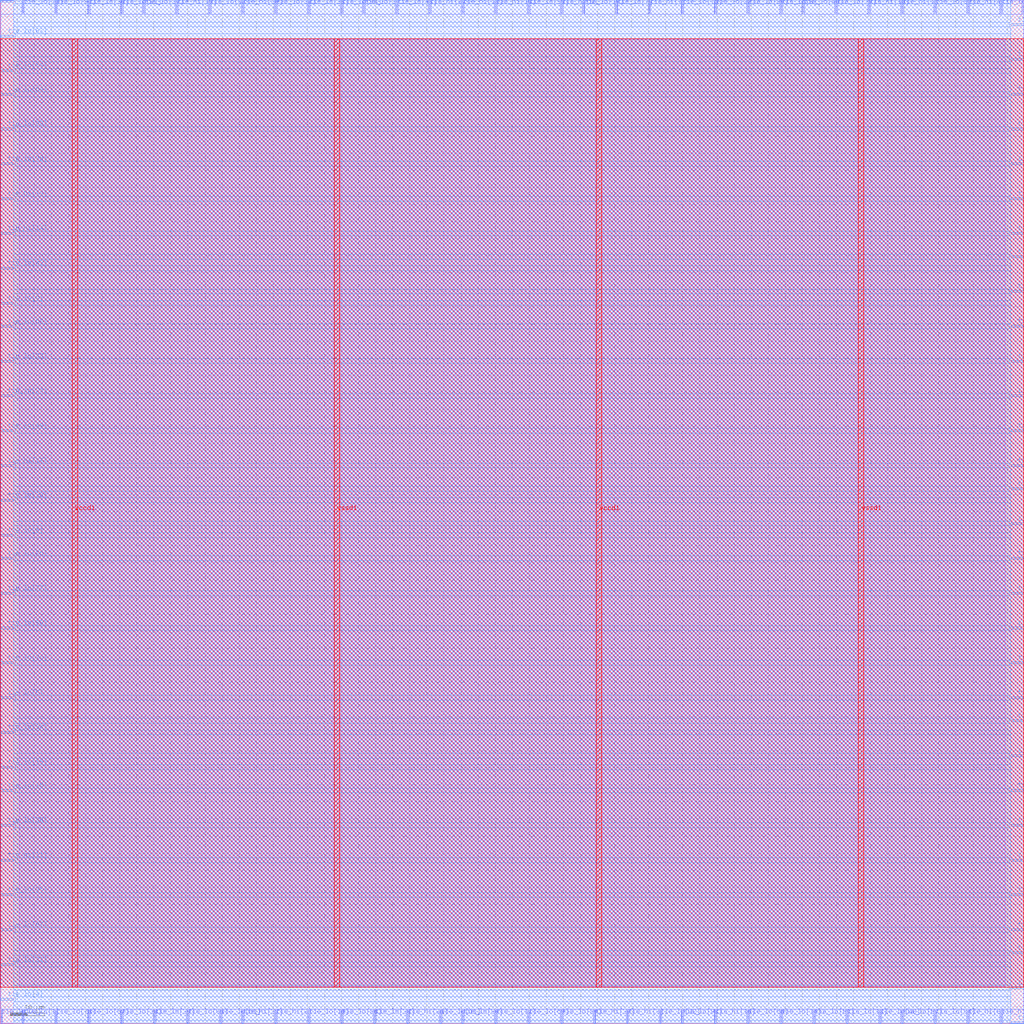
<source format=lef>
VERSION 5.7 ;
  NOWIREEXTENSIONATPIN ON ;
  DIVIDERCHAR "/" ;
  BUSBITCHARS "[]" ;
MACRO const_gen
  CLASS BLOCK ;
  FOREIGN const_gen ;
  ORIGIN 0.000 0.000 ;
  SIZE 300.000 BY 300.000 ;
  PIN tie_hi[0]
    DIRECTION OUTPUT TRISTATE ;
    USE SIGNAL ;
    PORT
      LAYER met3 ;
        RECT 296.000 292.440 300.000 293.040 ;
    END
  END tie_hi[0]
  PIN tie_hi[10]
    DIRECTION OUTPUT TRISTATE ;
    USE SIGNAL ;
    PORT
      LAYER met3 ;
        RECT 296.000 105.440 300.000 106.040 ;
    END
  END tie_hi[10]
  PIN tie_hi[11]
    DIRECTION OUTPUT TRISTATE ;
    USE SIGNAL ;
    PORT
      LAYER met3 ;
        RECT 296.000 163.240 300.000 163.840 ;
    END
  END tie_hi[11]
  PIN tie_hi[12]
    DIRECTION OUTPUT TRISTATE ;
    USE SIGNAL ;
    PORT
      LAYER met3 ;
        RECT 0.000 241.440 4.000 242.040 ;
    END
  END tie_hi[12]
  PIN tie_hi[13]
    DIRECTION OUTPUT TRISTATE ;
    USE SIGNAL ;
    PORT
      LAYER met2 ;
        RECT 135.330 296.000 135.610 300.000 ;
    END
  END tie_hi[13]
  PIN tie_hi[14]
    DIRECTION OUTPUT TRISTATE ;
    USE SIGNAL ;
    PORT
      LAYER met3 ;
        RECT 0.000 231.240 4.000 231.840 ;
    END
  END tie_hi[14]
  PIN tie_hi[15]
    DIRECTION OUTPUT TRISTATE ;
    USE SIGNAL ;
    PORT
      LAYER met2 ;
        RECT 144.990 296.000 145.270 300.000 ;
    END
  END tie_hi[15]
  PIN tie_hi[16]
    DIRECTION OUTPUT TRISTATE ;
    USE SIGNAL ;
    PORT
      LAYER met2 ;
        RECT 209.390 0.000 209.670 4.000 ;
    END
  END tie_hi[16]
  PIN tie_hi[17]
    DIRECTION OUTPUT TRISTATE ;
    USE SIGNAL ;
    PORT
      LAYER met3 ;
        RECT 0.000 163.240 4.000 163.840 ;
    END
  END tie_hi[17]
  PIN tie_hi[18]
    DIRECTION OUTPUT TRISTATE ;
    USE SIGNAL ;
    PORT
      LAYER met2 ;
        RECT 254.470 296.000 254.750 300.000 ;
    END
  END tie_hi[18]
  PIN tie_hi[19]
    DIRECTION OUTPUT TRISTATE ;
    USE SIGNAL ;
    PORT
      LAYER met2 ;
        RECT 51.610 296.000 51.890 300.000 ;
    END
  END tie_hi[19]
  PIN tie_hi[1]
    DIRECTION OUTPUT TRISTATE ;
    USE SIGNAL ;
    PORT
      LAYER met2 ;
        RECT 264.130 296.000 264.410 300.000 ;
    END
  END tie_hi[1]
  PIN tie_hi[20]
    DIRECTION OUTPUT TRISTATE ;
    USE SIGNAL ;
    PORT
      LAYER met2 ;
        RECT 293.110 0.000 293.390 4.000 ;
    END
  END tie_hi[20]
  PIN tie_hi[21]
    DIRECTION OUTPUT TRISTATE ;
    USE SIGNAL ;
    PORT
      LAYER met3 ;
        RECT 0.000 47.640 4.000 48.240 ;
    END
  END tie_hi[21]
  PIN tie_hi[22]
    DIRECTION OUTPUT TRISTATE ;
    USE SIGNAL ;
    PORT
      LAYER met2 ;
        RECT 70.930 0.000 71.210 4.000 ;
    END
  END tie_hi[22]
  PIN tie_hi[23]
    DIRECTION OUTPUT TRISTATE ;
    USE SIGNAL ;
    PORT
      LAYER met3 ;
        RECT 296.000 95.240 300.000 95.840 ;
    END
  END tie_hi[23]
  PIN tie_hi[24]
    DIRECTION OUTPUT TRISTATE ;
    USE SIGNAL ;
    PORT
      LAYER met2 ;
        RECT 299.550 296.000 299.830 300.000 ;
    END
  END tie_hi[24]
  PIN tie_hi[25]
    DIRECTION OUTPUT TRISTATE ;
    USE SIGNAL ;
    PORT
      LAYER met3 ;
        RECT 296.000 68.040 300.000 68.640 ;
    END
  END tie_hi[25]
  PIN tie_hi[26]
    DIRECTION OUTPUT TRISTATE ;
    USE SIGNAL ;
    PORT
      LAYER met2 ;
        RECT 119.230 0.000 119.510 4.000 ;
    END
  END tie_hi[26]
  PIN tie_hi[27]
    DIRECTION OUTPUT TRISTATE ;
    USE SIGNAL ;
    PORT
      LAYER met2 ;
        RECT 125.670 296.000 125.950 300.000 ;
    END
  END tie_hi[27]
  PIN tie_hi[28]
    DIRECTION OUTPUT TRISTATE ;
    USE SIGNAL ;
    PORT
      LAYER met3 ;
        RECT 296.000 224.440 300.000 225.040 ;
    END
  END tie_hi[28]
  PIN tie_hi[29]
    DIRECTION OUTPUT TRISTATE ;
    USE SIGNAL ;
    PORT
      LAYER met2 ;
        RECT 173.970 0.000 174.250 4.000 ;
    END
  END tie_hi[29]
  PIN tie_hi[2]
    DIRECTION OUTPUT TRISTATE ;
    USE SIGNAL ;
    PORT
      LAYER met2 ;
        RECT 80.590 0.000 80.870 4.000 ;
    END
  END tie_hi[2]
  PIN tie_hi[30]
    DIRECTION OUTPUT TRISTATE ;
    USE SIGNAL ;
    PORT
      LAYER met2 ;
        RECT 70.930 296.000 71.210 300.000 ;
    END
  END tie_hi[30]
  PIN tie_hi[31]
    DIRECTION OUTPUT TRISTATE ;
    USE SIGNAL ;
    PORT
      LAYER met3 ;
        RECT 296.000 173.440 300.000 174.040 ;
    END
  END tie_hi[31]
  PIN tie_hi[3]
    DIRECTION OUTPUT TRISTATE ;
    USE SIGNAL ;
    PORT
      LAYER met2 ;
        RECT 183.630 0.000 183.910 4.000 ;
    END
  END tie_hi[3]
  PIN tie_hi[4]
    DIRECTION OUTPUT TRISTATE ;
    USE SIGNAL ;
    PORT
      LAYER met2 ;
        RECT 283.450 296.000 283.730 300.000 ;
    END
  END tie_hi[4]
  PIN tie_hi[5]
    DIRECTION OUTPUT TRISTATE ;
    USE SIGNAL ;
    PORT
      LAYER met2 ;
        RECT 164.310 296.000 164.590 300.000 ;
    END
  END tie_hi[5]
  PIN tie_hi[6]
    DIRECTION OUTPUT TRISTATE ;
    USE SIGNAL ;
    PORT
      LAYER met3 ;
        RECT 296.000 204.040 300.000 204.640 ;
    END
  END tie_hi[6]
  PIN tie_hi[7]
    DIRECTION OUTPUT TRISTATE ;
    USE SIGNAL ;
    PORT
      LAYER met2 ;
        RECT 190.070 296.000 190.350 300.000 ;
    END
  END tie_hi[7]
  PIN tie_hi[8]
    DIRECTION OUTPUT TRISTATE ;
    USE SIGNAL ;
    PORT
      LAYER met2 ;
        RECT 283.450 0.000 283.730 4.000 ;
    END
  END tie_hi[8]
  PIN tie_hi[9]
    DIRECTION OUTPUT TRISTATE ;
    USE SIGNAL ;
    PORT
      LAYER met3 ;
        RECT 296.000 146.240 300.000 146.840 ;
    END
  END tie_hi[9]
  PIN tie_lo[0]
    DIRECTION OUTPUT TRISTATE ;
    USE SIGNAL ;
    PORT
      LAYER met3 ;
        RECT 0.000 210.840 4.000 211.440 ;
    END
  END tie_lo[0]
  PIN tie_lo[10]
    DIRECTION OUTPUT TRISTATE ;
    USE SIGNAL ;
    PORT
      LAYER met3 ;
        RECT 296.000 214.240 300.000 214.840 ;
    END
  END tie_lo[10]
  PIN tie_lo[11]
    DIRECTION OUTPUT TRISTATE ;
    USE SIGNAL ;
    PORT
      LAYER met2 ;
        RECT 128.890 0.000 129.170 4.000 ;
    END
  END tie_lo[11]
  PIN tie_lo[12]
    DIRECTION OUTPUT TRISTATE ;
    USE SIGNAL ;
    PORT
      LAYER met2 ;
        RECT 293.110 296.000 293.390 300.000 ;
    END
  END tie_lo[12]
  PIN tie_lo[13]
    DIRECTION OUTPUT TRISTATE ;
    USE SIGNAL ;
    PORT
      LAYER met2 ;
        RECT 248.030 0.000 248.310 4.000 ;
    END
  END tie_lo[13]
  PIN tie_lo[14]
    DIRECTION OUTPUT TRISTATE ;
    USE SIGNAL ;
    PORT
      LAYER met2 ;
        RECT 228.710 0.000 228.990 4.000 ;
    END
  END tie_lo[14]
  PIN tie_lo[15]
    DIRECTION OUTPUT TRISTATE ;
    USE SIGNAL ;
    PORT
      LAYER met3 ;
        RECT 0.000 74.840 4.000 75.440 ;
    END
  END tie_lo[15]
  PIN tie_lo[16]
    DIRECTION OUTPUT TRISTATE ;
    USE SIGNAL ;
    PORT
      LAYER met2 ;
        RECT 90.250 0.000 90.530 4.000 ;
    END
  END tie_lo[16]
  PIN tie_lo[17]
    DIRECTION OUTPUT TRISTATE ;
    USE SIGNAL ;
    PORT
      LAYER met2 ;
        RECT 144.990 0.000 145.270 4.000 ;
    END
  END tie_lo[17]
  PIN tie_lo[18]
    DIRECTION OUTPUT TRISTATE ;
    USE SIGNAL ;
    PORT
      LAYER met3 ;
        RECT 0.000 68.040 4.000 68.640 ;
    END
  END tie_lo[18]
  PIN tie_lo[19]
    DIRECTION OUTPUT TRISTATE ;
    USE SIGNAL ;
    PORT
      LAYER met2 ;
        RECT 170.750 296.000 171.030 300.000 ;
    END
  END tie_lo[19]
  PIN tie_lo[1]
    DIRECTION OUTPUT TRISTATE ;
    USE SIGNAL ;
    PORT
      LAYER met2 ;
        RECT 6.530 0.000 6.810 4.000 ;
    END
  END tie_lo[1]
  PIN tie_lo[20]
    DIRECTION OUTPUT TRISTATE ;
    USE SIGNAL ;
    PORT
      LAYER met3 ;
        RECT 0.000 153.040 4.000 153.640 ;
    END
  END tie_lo[20]
  PIN tie_lo[21]
    DIRECTION OUTPUT TRISTATE ;
    USE SIGNAL ;
    PORT
      LAYER met2 ;
        RECT 35.510 296.000 35.790 300.000 ;
    END
  END tie_lo[21]
  PIN tie_lo[22]
    DIRECTION OUTPUT TRISTATE ;
    USE SIGNAL ;
    PORT
      LAYER met2 ;
        RECT 209.390 296.000 209.670 300.000 ;
    END
  END tie_lo[22]
  PIN tie_lo[23]
    DIRECTION OUTPUT TRISTATE ;
    USE SIGNAL ;
    PORT
      LAYER met2 ;
        RECT 90.250 296.000 90.530 300.000 ;
    END
  END tie_lo[23]
  PIN tie_lo[24]
    DIRECTION OUTPUT TRISTATE ;
    USE SIGNAL ;
    PORT
      LAYER met3 ;
        RECT 0.000 183.640 4.000 184.240 ;
    END
  END tie_lo[24]
  PIN tie_lo[25]
    DIRECTION OUTPUT TRISTATE ;
    USE SIGNAL ;
    PORT
      LAYER met3 ;
        RECT 0.000 37.440 4.000 38.040 ;
    END
  END tie_lo[25]
  PIN tie_lo[26]
    DIRECTION OUTPUT TRISTATE ;
    USE SIGNAL ;
    PORT
      LAYER met3 ;
        RECT 0.000 136.040 4.000 136.640 ;
    END
  END tie_lo[26]
  PIN tie_lo[27]
    DIRECTION OUTPUT TRISTATE ;
    USE SIGNAL ;
    PORT
      LAYER met3 ;
        RECT 296.000 20.440 300.000 21.040 ;
    END
  END tie_lo[27]
  PIN tie_lo[28]
    DIRECTION OUTPUT TRISTATE ;
    USE SIGNAL ;
    PORT
      LAYER met2 ;
        RECT 109.570 0.000 109.850 4.000 ;
    END
  END tie_lo[28]
  PIN tie_lo[29]
    DIRECTION OUTPUT TRISTATE ;
    USE SIGNAL ;
    PORT
      LAYER met2 ;
        RECT 45.170 0.000 45.450 4.000 ;
    END
  END tie_lo[29]
  PIN tie_lo[2]
    DIRECTION OUTPUT TRISTATE ;
    USE SIGNAL ;
    PORT
      LAYER met3 ;
        RECT 296.000 282.240 300.000 282.840 ;
    END
  END tie_lo[2]
  PIN tie_lo[30]
    DIRECTION OUTPUT TRISTATE ;
    USE SIGNAL ;
    PORT
      LAYER met3 ;
        RECT 0.000 299.240 4.000 299.840 ;
    END
  END tie_lo[30]
  PIN tie_lo[31]
    DIRECTION OUTPUT TRISTATE ;
    USE SIGNAL ;
    PORT
      LAYER met3 ;
        RECT 0.000 17.040 4.000 17.640 ;
    END
  END tie_lo[31]
  PIN tie_lo[32]
    DIRECTION OUTPUT TRISTATE ;
    USE SIGNAL ;
    PORT
      LAYER met2 ;
        RECT 80.590 296.000 80.870 300.000 ;
    END
  END tie_lo[32]
  PIN tie_lo[33]
    DIRECTION OUTPUT TRISTATE ;
    USE SIGNAL ;
    PORT
      LAYER met3 ;
        RECT 0.000 193.840 4.000 194.440 ;
    END
  END tie_lo[33]
  PIN tie_lo[34]
    DIRECTION OUTPUT TRISTATE ;
    USE SIGNAL ;
    PORT
      LAYER met3 ;
        RECT 296.000 261.840 300.000 262.440 ;
    END
  END tie_lo[34]
  PIN tie_lo[35]
    DIRECTION OUTPUT TRISTATE ;
    USE SIGNAL ;
    PORT
      LAYER met3 ;
        RECT 296.000 231.240 300.000 231.840 ;
    END
  END tie_lo[35]
  PIN tie_lo[36]
    DIRECTION OUTPUT TRISTATE ;
    USE SIGNAL ;
    PORT
      LAYER met2 ;
        RECT 25.850 296.000 26.130 300.000 ;
    END
  END tie_lo[36]
  PIN tie_lo[37]
    DIRECTION OUTPUT TRISTATE ;
    USE SIGNAL ;
    PORT
      LAYER met2 ;
        RECT 41.950 296.000 42.230 300.000 ;
    END
  END tie_lo[37]
  PIN tie_lo[38]
    DIRECTION OUTPUT TRISTATE ;
    USE SIGNAL ;
    PORT
      LAYER met2 ;
        RECT 35.510 0.000 35.790 4.000 ;
    END
  END tie_lo[38]
  PIN tie_lo[39]
    DIRECTION OUTPUT TRISTATE ;
    USE SIGNAL ;
    PORT
      LAYER met3 ;
        RECT 0.000 57.840 4.000 58.440 ;
    END
  END tie_lo[39]
  PIN tie_lo[3]
    DIRECTION OUTPUT TRISTATE ;
    USE SIGNAL ;
    PORT
      LAYER met2 ;
        RECT 106.350 296.000 106.630 300.000 ;
    END
  END tie_lo[3]
  PIN tie_lo[40]
    DIRECTION OUTPUT TRISTATE ;
    USE SIGNAL ;
    PORT
      LAYER met3 ;
        RECT 296.000 115.640 300.000 116.240 ;
    END
  END tie_lo[40]
  PIN tie_lo[41]
    DIRECTION OUTPUT TRISTATE ;
    USE SIGNAL ;
    PORT
      LAYER met3 ;
        RECT 296.000 78.240 300.000 78.840 ;
    END
  END tie_lo[41]
  PIN tie_lo[42]
    DIRECTION OUTPUT TRISTATE ;
    USE SIGNAL ;
    PORT
      LAYER met3 ;
        RECT 0.000 221.040 4.000 221.640 ;
    END
  END tie_lo[42]
  PIN tie_lo[43]
    DIRECTION OUTPUT TRISTATE ;
    USE SIGNAL ;
    PORT
      LAYER met2 ;
        RECT 116.010 296.000 116.290 300.000 ;
    END
  END tie_lo[43]
  PIN tie_lo[44]
    DIRECTION OUTPUT TRISTATE ;
    USE SIGNAL ;
    PORT
      LAYER met3 ;
        RECT 296.000 0.040 300.000 0.640 ;
    END
  END tie_lo[44]
  PIN tie_lo[45]
    DIRECTION OUTPUT TRISTATE ;
    USE SIGNAL ;
    PORT
      LAYER met3 ;
        RECT 296.000 88.440 300.000 89.040 ;
    END
  END tie_lo[45]
  PIN tie_lo[46]
    DIRECTION OUTPUT TRISTATE ;
    USE SIGNAL ;
    PORT
      LAYER met2 ;
        RECT 235.150 296.000 235.430 300.000 ;
    END
  END tie_lo[46]
  PIN tie_lo[47]
    DIRECTION OUTPUT TRISTATE ;
    USE SIGNAL ;
    PORT
      LAYER met3 ;
        RECT 296.000 47.640 300.000 48.240 ;
    END
  END tie_lo[47]
  PIN tie_lo[48]
    DIRECTION OUTPUT TRISTATE ;
    USE SIGNAL ;
    PORT
      LAYER met2 ;
        RECT 257.690 0.000 257.970 4.000 ;
    END
  END tie_lo[48]
  PIN tie_lo[49]
    DIRECTION OUTPUT TRISTATE ;
    USE SIGNAL ;
    PORT
      LAYER met3 ;
        RECT 0.000 173.440 4.000 174.040 ;
    END
  END tie_lo[49]
  PIN tie_lo[4]
    DIRECTION OUTPUT TRISTATE ;
    USE SIGNAL ;
    PORT
      LAYER met3 ;
        RECT 0.000 6.840 4.000 7.440 ;
    END
  END tie_lo[4]
  PIN tie_lo[50]
    DIRECTION OUTPUT TRISTATE ;
    USE SIGNAL ;
    PORT
      LAYER met3 ;
        RECT 296.000 272.040 300.000 272.640 ;
    END
  END tie_lo[50]
  PIN tie_lo[51]
    DIRECTION OUTPUT TRISTATE ;
    USE SIGNAL ;
    PORT
      LAYER met2 ;
        RECT 64.490 0.000 64.770 4.000 ;
    END
  END tie_lo[51]
  PIN tie_lo[52]
    DIRECTION OUTPUT TRISTATE ;
    USE SIGNAL ;
    PORT
      LAYER met3 ;
        RECT 296.000 27.240 300.000 27.840 ;
    END
  END tie_lo[52]
  PIN tie_lo[53]
    DIRECTION OUTPUT TRISTATE ;
    USE SIGNAL ;
    PORT
      LAYER met3 ;
        RECT 0.000 278.840 4.000 279.440 ;
    END
  END tie_lo[53]
  PIN tie_lo[54]
    DIRECTION OUTPUT TRISTATE ;
    USE SIGNAL ;
    PORT
      LAYER met2 ;
        RECT 273.790 0.000 274.070 4.000 ;
    END
  END tie_lo[54]
  PIN tie_lo[55]
    DIRECTION OUTPUT TRISTATE ;
    USE SIGNAL ;
    PORT
      LAYER met2 ;
        RECT 154.650 296.000 154.930 300.000 ;
    END
  END tie_lo[55]
  PIN tie_lo[56]
    DIRECTION OUTPUT TRISTATE ;
    USE SIGNAL ;
    PORT
      LAYER met2 ;
        RECT 219.050 0.000 219.330 4.000 ;
    END
  END tie_lo[56]
  PIN tie_lo[57]
    DIRECTION OUTPUT TRISTATE ;
    USE SIGNAL ;
    PORT
      LAYER met2 ;
        RECT 25.850 0.000 26.130 4.000 ;
    END
  END tie_lo[57]
  PIN tie_lo[58]
    DIRECTION OUTPUT TRISTATE ;
    USE SIGNAL ;
    PORT
      LAYER met3 ;
        RECT 0.000 115.640 4.000 116.240 ;
    END
  END tie_lo[58]
  PIN tie_lo[59]
    DIRECTION OUTPUT TRISTATE ;
    USE SIGNAL ;
    PORT
      LAYER met3 ;
        RECT 296.000 10.240 300.000 10.840 ;
    END
  END tie_lo[59]
  PIN tie_lo[5]
    DIRECTION OUTPUT TRISTATE ;
    USE SIGNAL ;
    PORT
      LAYER met3 ;
        RECT 0.000 95.240 4.000 95.840 ;
    END
  END tie_lo[5]
  PIN tie_lo[60]
    DIRECTION OUTPUT TRISTATE ;
    USE SIGNAL ;
    PORT
      LAYER met3 ;
        RECT 296.000 125.840 300.000 126.440 ;
    END
  END tie_lo[60]
  PIN tie_lo[61]
    DIRECTION OUTPUT TRISTATE ;
    USE SIGNAL ;
    PORT
      LAYER met2 ;
        RECT 238.370 0.000 238.650 4.000 ;
    END
  END tie_lo[61]
  PIN tie_lo[62]
    DIRECTION OUTPUT TRISTATE ;
    USE SIGNAL ;
    PORT
      LAYER met3 ;
        RECT 0.000 204.040 4.000 204.640 ;
    END
  END tie_lo[62]
  PIN tie_lo[63]
    DIRECTION OUTPUT TRISTATE ;
    USE SIGNAL ;
    PORT
      LAYER met3 ;
        RECT 296.000 57.840 300.000 58.440 ;
    END
  END tie_lo[63]
  PIN tie_lo[64]
    DIRECTION OUTPUT TRISTATE ;
    USE SIGNAL ;
    PORT
      LAYER met3 ;
        RECT 0.000 272.040 4.000 272.640 ;
    END
  END tie_lo[64]
  PIN tie_lo[65]
    DIRECTION OUTPUT TRISTATE ;
    USE SIGNAL ;
    PORT
      LAYER met3 ;
        RECT 296.000 156.440 300.000 157.040 ;
    END
  END tie_lo[65]
  PIN tie_lo[66]
    DIRECTION OUTPUT TRISTATE ;
    USE SIGNAL ;
    PORT
      LAYER met3 ;
        RECT 296.000 241.440 300.000 242.040 ;
    END
  END tie_lo[66]
  PIN tie_lo[67]
    DIRECTION OUTPUT TRISTATE ;
    USE SIGNAL ;
    PORT
      LAYER met2 ;
        RECT 264.130 0.000 264.410 4.000 ;
    END
  END tie_lo[67]
  PIN tie_lo[68]
    DIRECTION OUTPUT TRISTATE ;
    USE SIGNAL ;
    PORT
      LAYER met3 ;
        RECT 296.000 251.640 300.000 252.240 ;
    END
  END tie_lo[68]
  PIN tie_lo[69]
    DIRECTION OUTPUT TRISTATE ;
    USE SIGNAL ;
    PORT
      LAYER met2 ;
        RECT 154.650 0.000 154.930 4.000 ;
    END
  END tie_lo[69]
  PIN tie_lo[6]
    DIRECTION OUTPUT TRISTATE ;
    USE SIGNAL ;
    PORT
      LAYER met3 ;
        RECT 0.000 142.840 4.000 143.440 ;
    END
  END tie_lo[6]
  PIN tie_lo[70]
    DIRECTION OUTPUT TRISTATE ;
    USE SIGNAL ;
    PORT
      LAYER met3 ;
        RECT 0.000 105.440 4.000 106.040 ;
    END
  END tie_lo[70]
  PIN tie_lo[71]
    DIRECTION OUTPUT TRISTATE ;
    USE SIGNAL ;
    PORT
      LAYER met2 ;
        RECT 0.090 0.000 0.370 4.000 ;
    END
  END tie_lo[71]
  PIN tie_lo[72]
    DIRECTION OUTPUT TRISTATE ;
    USE SIGNAL ;
    PORT
      LAYER met2 ;
        RECT 193.290 0.000 193.570 4.000 ;
    END
  END tie_lo[72]
  PIN tie_lo[73]
    DIRECTION OUTPUT TRISTATE ;
    USE SIGNAL ;
    PORT
      LAYER met2 ;
        RECT 6.530 296.000 6.810 300.000 ;
    END
  END tie_lo[73]
  PIN tie_lo[74]
    DIRECTION OUTPUT TRISTATE ;
    USE SIGNAL ;
    PORT
      LAYER met2 ;
        RECT 99.910 296.000 100.190 300.000 ;
    END
  END tie_lo[74]
  PIN tie_lo[75]
    DIRECTION OUTPUT TRISTATE ;
    USE SIGNAL ;
    PORT
      LAYER met2 ;
        RECT 199.730 296.000 200.010 300.000 ;
    END
  END tie_lo[75]
  PIN tie_lo[76]
    DIRECTION OUTPUT TRISTATE ;
    USE SIGNAL ;
    PORT
      LAYER met3 ;
        RECT 0.000 251.640 4.000 252.240 ;
    END
  END tie_lo[76]
  PIN tie_lo[77]
    DIRECTION OUTPUT TRISTATE ;
    USE SIGNAL ;
    PORT
      LAYER met3 ;
        RECT 0.000 125.840 4.000 126.440 ;
    END
  END tie_lo[77]
  PIN tie_lo[78]
    DIRECTION OUTPUT TRISTATE ;
    USE SIGNAL ;
    PORT
      LAYER met2 ;
        RECT 16.190 0.000 16.470 4.000 ;
    END
  END tie_lo[78]
  PIN tie_lo[79]
    DIRECTION OUTPUT TRISTATE ;
    USE SIGNAL ;
    PORT
      LAYER met2 ;
        RECT 244.810 296.000 245.090 300.000 ;
    END
  END tie_lo[79]
  PIN tie_lo[7]
    DIRECTION OUTPUT TRISTATE ;
    USE SIGNAL ;
    PORT
      LAYER met2 ;
        RECT 180.410 296.000 180.690 300.000 ;
    END
  END tie_lo[7]
  PIN tie_lo[80]
    DIRECTION OUTPUT TRISTATE ;
    USE SIGNAL ;
    PORT
      LAYER met2 ;
        RECT 135.330 0.000 135.610 4.000 ;
    END
  END tie_lo[80]
  PIN tie_lo[81]
    DIRECTION OUTPUT TRISTATE ;
    USE SIGNAL ;
    PORT
      LAYER met2 ;
        RECT 273.790 296.000 274.070 300.000 ;
    END
  END tie_lo[81]
  PIN tie_lo[82]
    DIRECTION OUTPUT TRISTATE ;
    USE SIGNAL ;
    PORT
      LAYER met3 ;
        RECT 296.000 37.440 300.000 38.040 ;
    END
  END tie_lo[82]
  PIN tie_lo[83]
    DIRECTION OUTPUT TRISTATE ;
    USE SIGNAL ;
    PORT
      LAYER met3 ;
        RECT 0.000 289.040 4.000 289.640 ;
    END
  END tie_lo[83]
  PIN tie_lo[84]
    DIRECTION OUTPUT TRISTATE ;
    USE SIGNAL ;
    PORT
      LAYER met3 ;
        RECT 296.000 183.640 300.000 184.240 ;
    END
  END tie_lo[84]
  PIN tie_lo[85]
    DIRECTION OUTPUT TRISTATE ;
    USE SIGNAL ;
    PORT
      LAYER met2 ;
        RECT 54.830 0.000 55.110 4.000 ;
    END
  END tie_lo[85]
  PIN tie_lo[86]
    DIRECTION OUTPUT TRISTATE ;
    USE SIGNAL ;
    PORT
      LAYER met2 ;
        RECT 99.910 0.000 100.190 4.000 ;
    END
  END tie_lo[86]
  PIN tie_lo[87]
    DIRECTION OUTPUT TRISTATE ;
    USE SIGNAL ;
    PORT
      LAYER met3 ;
        RECT 0.000 27.240 4.000 27.840 ;
    END
  END tie_lo[87]
  PIN tie_lo[88]
    DIRECTION OUTPUT TRISTATE ;
    USE SIGNAL ;
    PORT
      LAYER met3 ;
        RECT 296.000 193.840 300.000 194.440 ;
    END
  END tie_lo[88]
  PIN tie_lo[89]
    DIRECTION OUTPUT TRISTATE ;
    USE SIGNAL ;
    PORT
      LAYER met2 ;
        RECT 164.310 0.000 164.590 4.000 ;
    END
  END tie_lo[89]
  PIN tie_lo[8]
    DIRECTION OUTPUT TRISTATE ;
    USE SIGNAL ;
    PORT
      LAYER met2 ;
        RECT 228.710 296.000 228.990 300.000 ;
    END
  END tie_lo[8]
  PIN tie_lo[90]
    DIRECTION OUTPUT TRISTATE ;
    USE SIGNAL ;
    PORT
      LAYER met2 ;
        RECT 219.050 296.000 219.330 300.000 ;
    END
  END tie_lo[90]
  PIN tie_lo[91]
    DIRECTION OUTPUT TRISTATE ;
    USE SIGNAL ;
    PORT
      LAYER met2 ;
        RECT 16.190 296.000 16.470 300.000 ;
    END
  END tie_lo[91]
  PIN tie_lo[92]
    DIRECTION OUTPUT TRISTATE ;
    USE SIGNAL ;
    PORT
      LAYER met2 ;
        RECT 61.270 296.000 61.550 300.000 ;
    END
  END tie_lo[92]
  PIN tie_lo[93]
    DIRECTION OUTPUT TRISTATE ;
    USE SIGNAL ;
    PORT
      LAYER met2 ;
        RECT 199.730 0.000 200.010 4.000 ;
    END
  END tie_lo[93]
  PIN tie_lo[94]
    DIRECTION OUTPUT TRISTATE ;
    USE SIGNAL ;
    PORT
      LAYER met3 ;
        RECT 0.000 85.040 4.000 85.640 ;
    END
  END tie_lo[94]
  PIN tie_lo[95]
    DIRECTION OUTPUT TRISTATE ;
    USE SIGNAL ;
    PORT
      LAYER met3 ;
        RECT 0.000 261.840 4.000 262.440 ;
    END
  END tie_lo[95]
  PIN tie_lo[9]
    DIRECTION OUTPUT TRISTATE ;
    USE SIGNAL ;
    PORT
      LAYER met3 ;
        RECT 296.000 136.040 300.000 136.640 ;
    END
  END tie_lo[9]
  PIN vccd1
    DIRECTION INOUT ;
    USE POWER ;
    PORT
      LAYER met4 ;
        RECT 21.040 10.640 22.640 288.560 ;
    END
    PORT
      LAYER met4 ;
        RECT 174.640 10.640 176.240 288.560 ;
    END
  END vccd1
  PIN vssd1
    DIRECTION INOUT ;
    USE GROUND ;
    PORT
      LAYER met4 ;
        RECT 97.840 10.640 99.440 288.560 ;
    END
    PORT
      LAYER met4 ;
        RECT 251.440 10.640 253.040 288.560 ;
    END
  END vssd1
  OBS
      LAYER li1 ;
        RECT 5.520 10.795 294.400 288.405 ;
      LAYER met1 ;
        RECT 0.070 10.640 299.850 288.560 ;
      LAYER met2 ;
        RECT 0.100 295.720 6.250 299.725 ;
        RECT 7.090 295.720 15.910 299.725 ;
        RECT 16.750 295.720 25.570 299.725 ;
        RECT 26.410 295.720 35.230 299.725 ;
        RECT 36.070 295.720 41.670 299.725 ;
        RECT 42.510 295.720 51.330 299.725 ;
        RECT 52.170 295.720 60.990 299.725 ;
        RECT 61.830 295.720 70.650 299.725 ;
        RECT 71.490 295.720 80.310 299.725 ;
        RECT 81.150 295.720 89.970 299.725 ;
        RECT 90.810 295.720 99.630 299.725 ;
        RECT 100.470 295.720 106.070 299.725 ;
        RECT 106.910 295.720 115.730 299.725 ;
        RECT 116.570 295.720 125.390 299.725 ;
        RECT 126.230 295.720 135.050 299.725 ;
        RECT 135.890 295.720 144.710 299.725 ;
        RECT 145.550 295.720 154.370 299.725 ;
        RECT 155.210 295.720 164.030 299.725 ;
        RECT 164.870 295.720 170.470 299.725 ;
        RECT 171.310 295.720 180.130 299.725 ;
        RECT 180.970 295.720 189.790 299.725 ;
        RECT 190.630 295.720 199.450 299.725 ;
        RECT 200.290 295.720 209.110 299.725 ;
        RECT 209.950 295.720 218.770 299.725 ;
        RECT 219.610 295.720 228.430 299.725 ;
        RECT 229.270 295.720 234.870 299.725 ;
        RECT 235.710 295.720 244.530 299.725 ;
        RECT 245.370 295.720 254.190 299.725 ;
        RECT 255.030 295.720 263.850 299.725 ;
        RECT 264.690 295.720 273.510 299.725 ;
        RECT 274.350 295.720 283.170 299.725 ;
        RECT 284.010 295.720 292.830 299.725 ;
        RECT 293.670 295.720 299.270 299.725 ;
        RECT 0.100 4.280 299.820 295.720 ;
        RECT 0.650 0.155 6.250 4.280 ;
        RECT 7.090 0.155 15.910 4.280 ;
        RECT 16.750 0.155 25.570 4.280 ;
        RECT 26.410 0.155 35.230 4.280 ;
        RECT 36.070 0.155 44.890 4.280 ;
        RECT 45.730 0.155 54.550 4.280 ;
        RECT 55.390 0.155 64.210 4.280 ;
        RECT 65.050 0.155 70.650 4.280 ;
        RECT 71.490 0.155 80.310 4.280 ;
        RECT 81.150 0.155 89.970 4.280 ;
        RECT 90.810 0.155 99.630 4.280 ;
        RECT 100.470 0.155 109.290 4.280 ;
        RECT 110.130 0.155 118.950 4.280 ;
        RECT 119.790 0.155 128.610 4.280 ;
        RECT 129.450 0.155 135.050 4.280 ;
        RECT 135.890 0.155 144.710 4.280 ;
        RECT 145.550 0.155 154.370 4.280 ;
        RECT 155.210 0.155 164.030 4.280 ;
        RECT 164.870 0.155 173.690 4.280 ;
        RECT 174.530 0.155 183.350 4.280 ;
        RECT 184.190 0.155 193.010 4.280 ;
        RECT 193.850 0.155 199.450 4.280 ;
        RECT 200.290 0.155 209.110 4.280 ;
        RECT 209.950 0.155 218.770 4.280 ;
        RECT 219.610 0.155 228.430 4.280 ;
        RECT 229.270 0.155 238.090 4.280 ;
        RECT 238.930 0.155 247.750 4.280 ;
        RECT 248.590 0.155 257.410 4.280 ;
        RECT 258.250 0.155 263.850 4.280 ;
        RECT 264.690 0.155 273.510 4.280 ;
        RECT 274.350 0.155 283.170 4.280 ;
        RECT 284.010 0.155 292.830 4.280 ;
        RECT 293.670 0.155 299.820 4.280 ;
      LAYER met3 ;
        RECT 4.400 298.840 296.000 299.705 ;
        RECT 4.000 293.440 296.000 298.840 ;
        RECT 4.000 292.040 295.600 293.440 ;
        RECT 4.000 290.040 296.000 292.040 ;
        RECT 4.400 288.640 296.000 290.040 ;
        RECT 4.000 283.240 296.000 288.640 ;
        RECT 4.000 281.840 295.600 283.240 ;
        RECT 4.000 279.840 296.000 281.840 ;
        RECT 4.400 278.440 296.000 279.840 ;
        RECT 4.000 273.040 296.000 278.440 ;
        RECT 4.400 271.640 295.600 273.040 ;
        RECT 4.000 262.840 296.000 271.640 ;
        RECT 4.400 261.440 295.600 262.840 ;
        RECT 4.000 252.640 296.000 261.440 ;
        RECT 4.400 251.240 295.600 252.640 ;
        RECT 4.000 242.440 296.000 251.240 ;
        RECT 4.400 241.040 295.600 242.440 ;
        RECT 4.000 232.240 296.000 241.040 ;
        RECT 4.400 230.840 295.600 232.240 ;
        RECT 4.000 225.440 296.000 230.840 ;
        RECT 4.000 224.040 295.600 225.440 ;
        RECT 4.000 222.040 296.000 224.040 ;
        RECT 4.400 220.640 296.000 222.040 ;
        RECT 4.000 215.240 296.000 220.640 ;
        RECT 4.000 213.840 295.600 215.240 ;
        RECT 4.000 211.840 296.000 213.840 ;
        RECT 4.400 210.440 296.000 211.840 ;
        RECT 4.000 205.040 296.000 210.440 ;
        RECT 4.400 203.640 295.600 205.040 ;
        RECT 4.000 194.840 296.000 203.640 ;
        RECT 4.400 193.440 295.600 194.840 ;
        RECT 4.000 184.640 296.000 193.440 ;
        RECT 4.400 183.240 295.600 184.640 ;
        RECT 4.000 174.440 296.000 183.240 ;
        RECT 4.400 173.040 295.600 174.440 ;
        RECT 4.000 164.240 296.000 173.040 ;
        RECT 4.400 162.840 295.600 164.240 ;
        RECT 4.000 157.440 296.000 162.840 ;
        RECT 4.000 156.040 295.600 157.440 ;
        RECT 4.000 154.040 296.000 156.040 ;
        RECT 4.400 152.640 296.000 154.040 ;
        RECT 4.000 147.240 296.000 152.640 ;
        RECT 4.000 145.840 295.600 147.240 ;
        RECT 4.000 143.840 296.000 145.840 ;
        RECT 4.400 142.440 296.000 143.840 ;
        RECT 4.000 137.040 296.000 142.440 ;
        RECT 4.400 135.640 295.600 137.040 ;
        RECT 4.000 126.840 296.000 135.640 ;
        RECT 4.400 125.440 295.600 126.840 ;
        RECT 4.000 116.640 296.000 125.440 ;
        RECT 4.400 115.240 295.600 116.640 ;
        RECT 4.000 106.440 296.000 115.240 ;
        RECT 4.400 105.040 295.600 106.440 ;
        RECT 4.000 96.240 296.000 105.040 ;
        RECT 4.400 94.840 295.600 96.240 ;
        RECT 4.000 89.440 296.000 94.840 ;
        RECT 4.000 88.040 295.600 89.440 ;
        RECT 4.000 86.040 296.000 88.040 ;
        RECT 4.400 84.640 296.000 86.040 ;
        RECT 4.000 79.240 296.000 84.640 ;
        RECT 4.000 77.840 295.600 79.240 ;
        RECT 4.000 75.840 296.000 77.840 ;
        RECT 4.400 74.440 296.000 75.840 ;
        RECT 4.000 69.040 296.000 74.440 ;
        RECT 4.400 67.640 295.600 69.040 ;
        RECT 4.000 58.840 296.000 67.640 ;
        RECT 4.400 57.440 295.600 58.840 ;
        RECT 4.000 48.640 296.000 57.440 ;
        RECT 4.400 47.240 295.600 48.640 ;
        RECT 4.000 38.440 296.000 47.240 ;
        RECT 4.400 37.040 295.600 38.440 ;
        RECT 4.000 28.240 296.000 37.040 ;
        RECT 4.400 26.840 295.600 28.240 ;
        RECT 4.000 21.440 296.000 26.840 ;
        RECT 4.000 20.040 295.600 21.440 ;
        RECT 4.000 18.040 296.000 20.040 ;
        RECT 4.400 16.640 296.000 18.040 ;
        RECT 4.000 11.240 296.000 16.640 ;
        RECT 4.000 9.840 295.600 11.240 ;
        RECT 4.000 7.840 296.000 9.840 ;
        RECT 4.400 6.440 296.000 7.840 ;
        RECT 4.000 1.040 296.000 6.440 ;
        RECT 4.000 0.175 295.600 1.040 ;
      LAYER met4 ;
        RECT 0.070 10.640 299.850 288.560 ; 
  END
END const_gen
END LIBRARY


</source>
